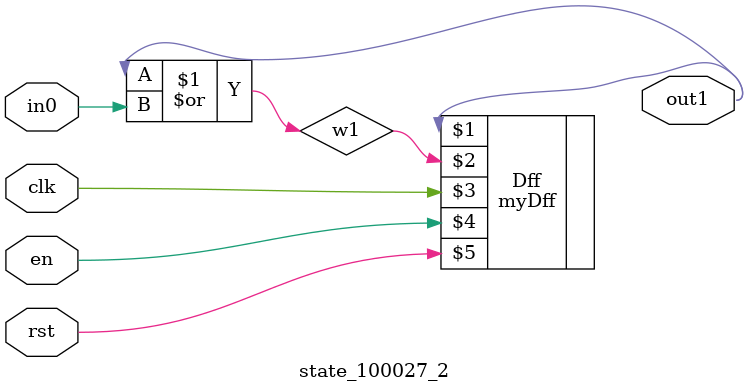
<source format=v>
module engine_100027(out,clk,sod,en,char);
//pcre: /[\d\z6166\z4146]/smit
	input [7:0] char;
	input clk,sod,en;
	output out;

	charBlock_100027_0 BC_100027_0 (char_100027_0,char);

	state_100027_0 St_0 (y1,~y3,clk,en,sod);
	 charBlock_100027_100000 cB (y3,char);
	assign w0 = ~y1;
	state_100027_1 BS_100027_1 (w1,char_100027_0,clk,en,sod,w0);
	state_100027_2 BS_100027_2 (out,clk,en,sod,w1);
endmodule

module charBlock_100027_0(out, char);
// Char class: [\d\z6166\z4146]
	input [7:0] char;
	output out;
	assign out = (0 || (char >= 8'b00110000 && char <= 8'b00111001)|| (char >= 8'b1100001 && char <= 8'b1100110)|| (char >= 8'b1000001 && char <= 8'b1000110)|| (char == 8'b110110)|| (char == 8'b110110)|| (char >= 8'b1000001 && char <= 8'b1000110)|| (char >= 8'b1100001 && char <= 8'b1100110)|| (char == 8'b110100)|| (char == 8'b110110)) ? 1'b1 : 1'b0;
endmodule

module charBlock_100027_100000(out, char);
// Hex: a
	input [7:0] char;
	output out;
	assign out = (char == 8'b1010) ? 1 : 0;
endmodule

module state_100027_0(out1,in1,clk,en,rst);
	input in1,clk,rst,en;
	output out1;
	myDff Dff (out1,in1,clk,en,rst);
endmodule

module state_100027_1(out1,in_char,clk,en,rst,in0);
	input in_char,clk,en,rst,in0;
	output out1;
	wire w1,w2;
	or(w1,in0);
	and(w2,in_char,w1);
	myDff Dff (out1,w2,clk,en,rst);
endmodule

module state_100027_2(out1,clk,en,rst,in0);
	input clk,rst,en,in0;
	output out1;
	wire w1;
	or(w1,out1,in0);
	myDff Dff (out1,w1,clk,en,rst);
endmodule


</source>
